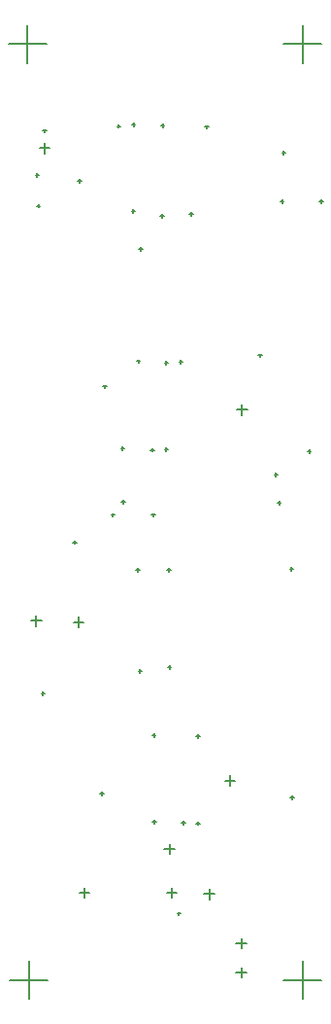
<source format=gbr>
%TF.GenerationSoftware,Altium Limited,Altium Designer,19.0.15 (446)*%
G04 Layer_Color=128*
%FSLAX42Y42*%
%MOMM*%
%TF.FileFunction,Drillmap*%
%TF.Part,Single*%
G01*
G75*
%TA.AperFunction,NonConductor*%
%ADD74C,0.13*%
D74*
X4255Y11492D02*
X4345D01*
X4300Y11447D02*
Y11537D01*
X5872Y5985D02*
X5962D01*
X5917Y5940D02*
Y6030D01*
X4550Y7365D02*
X4640D01*
X4595Y7320D02*
Y7410D01*
X5977Y9215D02*
X6067D01*
X6022Y9170D02*
Y9260D01*
X4180Y7378D02*
X4270D01*
X4225Y7332D02*
Y7422D01*
X5690Y4997D02*
X5780D01*
X5735Y4952D02*
Y5042D01*
X5342Y5390D02*
X5432D01*
X5388Y5345D02*
Y5435D01*
X5365Y5010D02*
X5449D01*
X5407Y4967D02*
Y5053D01*
X4603Y5010D02*
X4688D01*
X4645Y4967D02*
Y5053D01*
X5970Y4569D02*
X6060D01*
X6015Y4524D02*
Y4614D01*
X5970Y4315D02*
X6060D01*
X6015Y4270D02*
Y4360D01*
X6385Y12400D02*
X6715D01*
X6550Y12235D02*
Y12565D01*
X3985Y12400D02*
X4315D01*
X4150Y12235D02*
Y12565D01*
X3995Y4250D02*
X4325D01*
X4160Y4085D02*
Y4415D01*
X6385Y4250D02*
X6715D01*
X6550Y4085D02*
Y4415D01*
X4783Y5872D02*
X4812D01*
X4797Y5858D02*
Y5888D01*
X6593Y8853D02*
X6622D01*
X6607Y8838D02*
Y8868D01*
X4545Y8060D02*
X4575D01*
X4560Y8045D02*
Y8075D01*
X4808Y9418D02*
X4838D01*
X4822Y9403D02*
Y9432D01*
X4270Y6747D02*
X4300D01*
X4285Y6732D02*
Y6762D01*
X6445Y5838D02*
X6475D01*
X6460Y5822D02*
Y5853D01*
X5233Y8300D02*
X5262D01*
X5247Y8285D02*
Y8315D01*
X4880Y8300D02*
X4910D01*
X4895Y8285D02*
Y8315D01*
X5372Y6972D02*
X5403D01*
X5388Y6957D02*
Y6988D01*
X5118Y6938D02*
X5148D01*
X5133Y6922D02*
Y6953D01*
X5370Y7820D02*
X5400D01*
X5385Y7805D02*
Y7835D01*
X6330Y8405D02*
X6360D01*
X6345Y8390D02*
Y8420D01*
X6695Y11028D02*
X6725D01*
X6710Y11013D02*
Y11043D01*
X4285Y11643D02*
X4315D01*
X4300Y11628D02*
Y11657D01*
X4590Y11207D02*
X4620D01*
X4605Y11193D02*
Y11222D01*
X6355Y11028D02*
X6385D01*
X6370Y11012D02*
Y11043D01*
Y11453D02*
X6400D01*
X6385Y11438D02*
Y11468D01*
X4930Y11685D02*
X4960D01*
X4945Y11670D02*
Y11700D01*
X5696Y11678D02*
X5726D01*
X5710Y11662D02*
Y11693D01*
X5122Y10612D02*
X5153D01*
X5138Y10597D02*
Y10628D01*
X4230Y10990D02*
X4260D01*
X4245Y10975D02*
Y11005D01*
X4220Y11257D02*
X4250D01*
X4235Y11243D02*
Y11272D01*
X5562Y10920D02*
X5592D01*
X5578Y10905D02*
Y10935D01*
X5310Y10903D02*
X5340D01*
X5325Y10888D02*
Y10918D01*
X5058Y10943D02*
X5088D01*
X5072Y10928D02*
Y10957D01*
X5472Y9630D02*
X5503D01*
X5488Y9615D02*
Y9645D01*
X6162Y9688D02*
X6192D01*
X6178Y9672D02*
Y9703D01*
X6303Y8650D02*
X6333D01*
X6317Y8635D02*
Y8665D01*
X5103Y9638D02*
X5133D01*
X5117Y9622D02*
Y9653D01*
X5060Y11697D02*
X5090D01*
X5075Y11682D02*
Y11712D01*
X5315Y11689D02*
X5344D01*
X5329Y11675D02*
Y11704D01*
X4970Y8415D02*
X5000D01*
X4985Y8400D02*
Y8430D01*
X4964Y8877D02*
X4994D01*
X4979Y8862D02*
Y8892D01*
X5222Y8865D02*
X5253D01*
X5238Y8850D02*
Y8880D01*
X5095Y7822D02*
X5125D01*
X5110Y7807D02*
Y7838D01*
X5345Y8870D02*
X5375D01*
X5360Y8855D02*
Y8885D01*
X5345Y9625D02*
X5375D01*
X5360Y9610D02*
Y9640D01*
X6438Y7828D02*
X6468D01*
X6453Y7812D02*
Y7843D01*
X5620Y6372D02*
X5650D01*
X5635Y6358D02*
Y6388D01*
X5621Y5613D02*
X5651D01*
X5635Y5598D02*
Y5628D01*
X5497Y5620D02*
X5528D01*
X5512Y5605D02*
Y5635D01*
X5238Y6383D02*
X5267D01*
X5253Y6367D02*
Y6397D01*
X5240Y5625D02*
X5269D01*
X5254Y5610D02*
Y5640D01*
X5455Y4828D02*
X5485D01*
X5470Y4812D02*
Y4842D01*
%TF.MD5,36a9a2f8479d15cdd9d971259dae3e79*%
M02*

</source>
